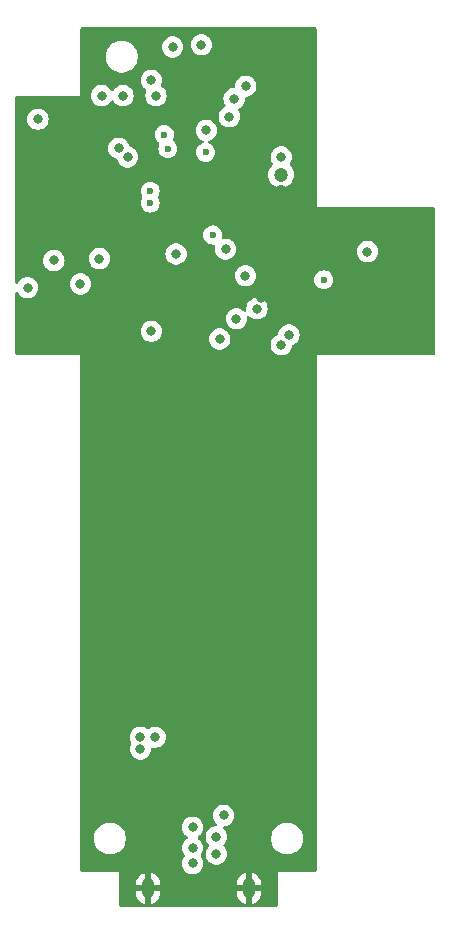
<source format=gbr>
%TF.GenerationSoftware,KiCad,Pcbnew,8.0.7*%
%TF.CreationDate,2024-12-24T11:10:27-06:00*%
%TF.ProjectId,room_environment_monitor,726f6f6d-5f65-46e7-9669-726f6e6d656e,rev?*%
%TF.SameCoordinates,Original*%
%TF.FileFunction,Copper,L2,Inr*%
%TF.FilePolarity,Positive*%
%FSLAX46Y46*%
G04 Gerber Fmt 4.6, Leading zero omitted, Abs format (unit mm)*
G04 Created by KiCad (PCBNEW 8.0.7) date 2024-12-24 11:10:27*
%MOMM*%
%LPD*%
G01*
G04 APERTURE LIST*
%TA.AperFunction,ComponentPad*%
%ADD10O,1.066800X1.701800*%
%TD*%
%TA.AperFunction,ViaPad*%
%ADD11C,0.800000*%
%TD*%
%TA.AperFunction,ViaPad*%
%ADD12C,1.200000*%
%TD*%
%TA.AperFunction,ViaPad*%
%ADD13C,0.600000*%
%TD*%
G04 APERTURE END LIST*
D10*
%TO.N,GND*%
%TO.C,P1*%
X14269999Y-1400003D03*
X5730001Y-1400003D03*
%TD*%
D11*
%TO.N,EN*%
X1600000Y51900000D03*
%TO.N,GND*%
X3575000Y7125000D03*
X-4500000Y45700000D03*
X-2575000Y45750000D03*
X7600000Y45600000D03*
D12*
X17000000Y57500000D03*
D11*
X9325000Y9875000D03*
X10575000Y8375000D03*
X6400000Y69900000D03*
X-2000000Y56500000D03*
X6000000Y3750000D03*
X13200000Y44600000D03*
X4500000Y63500000D03*
X7600000Y55700000D03*
X-2000000Y58500000D03*
X6000000Y2000000D03*
X15300000Y48600000D03*
X9550001Y49443800D03*
D12*
X20700000Y46200000D03*
D11*
X2000000Y56500000D03*
X9200000Y42200000D03*
X14250000Y3750000D03*
X5985081Y47695381D03*
X-2000000Y54700000D03*
X13000000Y3000000D03*
X14700000Y51900000D03*
X9200000Y30400000D03*
X13580000Y7130000D03*
X14250000Y2000000D03*
X7000000Y3000000D03*
X-825000Y45750000D03*
X12100000Y56400000D03*
%TO.N,BOOT*%
X4000000Y60500000D03*
%TO.N,+3V3*%
X11800000Y45100000D03*
X17000000Y44600000D03*
X12600000Y63925000D03*
X6400000Y65700000D03*
X8100000Y52300000D03*
X5075000Y11375000D03*
X13964711Y50443781D03*
X13020000Y65450000D03*
X7815962Y69826194D03*
X-4462299Y49437701D03*
X13200000Y46800000D03*
X5075000Y10375000D03*
X6325000Y11375000D03*
D13*
X10600000Y60900000D03*
D11*
X-2250000Y51750000D03*
X3600000Y65700000D03*
X17650000Y45437500D03*
X6000000Y45750000D03*
%TO.N,+5V*%
X10250000Y70000000D03*
D12*
X17000000Y59000000D03*
D11*
X9500000Y2000000D03*
X11500000Y2950000D03*
X9500000Y3750000D03*
X24300000Y52500000D03*
X11500000Y1500000D03*
%TO.N,NEOPIXEL*%
X10657911Y62763492D03*
X3250000Y61250000D03*
D13*
%TO.N,UART1_RX*%
X7400000Y61200000D03*
X5900000Y56600000D03*
%TO.N,FAN*%
X11200000Y53900000D03*
X20600000Y50100000D03*
%TO.N,UART1_TX_LVL*%
X7100000Y62400000D03*
X5900000Y57600000D03*
D11*
%TO.N,I2C_SDA*%
X12300000Y52700000D03*
X14949051Y47664137D03*
%TO.N,Net-(P1-VCONN)*%
X12120000Y4750000D03*
X9500000Y700000D03*
%TO.N,Net-(J3-Pin_5)*%
X1800000Y65700000D03*
%TO.N,Net-(J3-Pin_6)*%
X-3600000Y63700000D03*
%TO.N,Net-(J2-Pin_2)*%
X17000000Y60500000D03*
X14000000Y66500000D03*
%TO.N,PD*%
X6000000Y67000000D03*
X0Y49750000D03*
%TD*%
%TA.AperFunction,Conductor*%
%TO.N,GND*%
G36*
X19943039Y71480315D02*
G01*
X19988794Y71427511D01*
X20000000Y71376000D01*
X20000000Y56250000D01*
X29876000Y56250000D01*
X29943039Y56230315D01*
X29988794Y56177511D01*
X30000000Y56126000D01*
X30000000Y43874000D01*
X29980315Y43806961D01*
X29927511Y43761206D01*
X29876000Y43750000D01*
X20000000Y43750000D01*
X20000000Y124000D01*
X19980315Y56961D01*
X19927511Y11206D01*
X19876000Y0D01*
X16700000Y0D01*
X16700000Y-2876000D01*
X16680315Y-2943039D01*
X16627511Y-2988794D01*
X16576000Y-3000000D01*
X3424000Y-3000000D01*
X3356961Y-2980315D01*
X3311206Y-2927511D01*
X3300000Y-2876000D01*
X3300000Y-980718D01*
X4696601Y-980718D01*
X4696601Y-1150003D01*
X5455001Y-1150003D01*
X5455001Y-1650003D01*
X4696601Y-1650003D01*
X4696601Y-1819287D01*
X4736312Y-2018927D01*
X4736314Y-2018935D01*
X4814212Y-2206997D01*
X4814217Y-2207007D01*
X4927306Y-2376256D01*
X4927309Y-2376260D01*
X5071243Y-2520194D01*
X5071247Y-2520197D01*
X5240496Y-2633286D01*
X5240506Y-2633291D01*
X5428566Y-2711188D01*
X5428576Y-2711191D01*
X5480000Y-2721420D01*
X5480001Y-2721420D01*
X5480001Y-1765059D01*
X5496867Y-1805778D01*
X5574226Y-1883137D01*
X5675300Y-1925003D01*
X5784702Y-1925003D01*
X5885776Y-1883137D01*
X5963135Y-1805778D01*
X5980001Y-1765059D01*
X5980001Y-2721420D01*
X6031425Y-2711191D01*
X6031435Y-2711188D01*
X6219495Y-2633291D01*
X6219505Y-2633286D01*
X6388754Y-2520197D01*
X6388758Y-2520194D01*
X6532692Y-2376260D01*
X6532695Y-2376256D01*
X6645784Y-2207007D01*
X6645789Y-2206997D01*
X6723687Y-2018935D01*
X6723689Y-2018927D01*
X6763400Y-1819287D01*
X6763401Y-1819285D01*
X6763401Y-1650003D01*
X6005001Y-1650003D01*
X6005001Y-1150003D01*
X6763401Y-1150003D01*
X6763401Y-980721D01*
X6763400Y-980718D01*
X13236599Y-980718D01*
X13236599Y-1150003D01*
X14019999Y-1150003D01*
X14019999Y-1650003D01*
X13236599Y-1650003D01*
X13236599Y-1819287D01*
X13276310Y-2018927D01*
X13276312Y-2018935D01*
X13354210Y-2206997D01*
X13354215Y-2207007D01*
X13467304Y-2376256D01*
X13467307Y-2376260D01*
X13611241Y-2520194D01*
X13611245Y-2520197D01*
X13780494Y-2633286D01*
X13780504Y-2633291D01*
X13968564Y-2711188D01*
X13968574Y-2711191D01*
X14019998Y-2721420D01*
X14019999Y-2721420D01*
X14019999Y-1799731D01*
X14058059Y-1891617D01*
X14128385Y-1961943D01*
X14220271Y-2000003D01*
X14319727Y-2000003D01*
X14411613Y-1961943D01*
X14481939Y-1891617D01*
X14519999Y-1799731D01*
X14519999Y-2721420D01*
X14571423Y-2711191D01*
X14571433Y-2711188D01*
X14759493Y-2633291D01*
X14759503Y-2633286D01*
X14928752Y-2520197D01*
X14928756Y-2520194D01*
X15072690Y-2376260D01*
X15072693Y-2376256D01*
X15185782Y-2207007D01*
X15185787Y-2206997D01*
X15263685Y-2018935D01*
X15263687Y-2018927D01*
X15303398Y-1819287D01*
X15303399Y-1819285D01*
X15303399Y-1650003D01*
X14519999Y-1650003D01*
X14519999Y-1150003D01*
X15303399Y-1150003D01*
X15303399Y-980721D01*
X15303398Y-980718D01*
X15263687Y-781078D01*
X15263685Y-781070D01*
X15185787Y-593008D01*
X15185782Y-592998D01*
X15072693Y-423749D01*
X15072690Y-423745D01*
X14928756Y-279811D01*
X14928752Y-279808D01*
X14759503Y-166719D01*
X14759493Y-166714D01*
X14571429Y-88815D01*
X14571425Y-88814D01*
X14519999Y-78584D01*
X14519999Y-1000275D01*
X14481939Y-908389D01*
X14411613Y-838063D01*
X14319727Y-800003D01*
X14220271Y-800003D01*
X14128385Y-838063D01*
X14058059Y-908389D01*
X14019999Y-1000275D01*
X14019999Y-78585D01*
X14019998Y-78584D01*
X13968572Y-88814D01*
X13968568Y-88815D01*
X13780504Y-166714D01*
X13780494Y-166719D01*
X13611245Y-279808D01*
X13611241Y-279811D01*
X13467307Y-423745D01*
X13467304Y-423749D01*
X13354215Y-592998D01*
X13354210Y-593008D01*
X13276312Y-781070D01*
X13276310Y-781078D01*
X13236599Y-980718D01*
X6763400Y-980718D01*
X6723689Y-781078D01*
X6723687Y-781070D01*
X6645789Y-593008D01*
X6645784Y-592998D01*
X6532695Y-423749D01*
X6532692Y-423745D01*
X6388758Y-279811D01*
X6388754Y-279808D01*
X6219505Y-166719D01*
X6219495Y-166714D01*
X6031431Y-88815D01*
X6031427Y-88814D01*
X5980001Y-78584D01*
X5980001Y-1034946D01*
X5963135Y-994228D01*
X5885776Y-916869D01*
X5784702Y-875003D01*
X5675300Y-875003D01*
X5574226Y-916869D01*
X5496867Y-994228D01*
X5480001Y-1034946D01*
X5480001Y-78585D01*
X5480000Y-78584D01*
X5428574Y-88814D01*
X5428570Y-88815D01*
X5240506Y-166714D01*
X5240496Y-166719D01*
X5071247Y-279808D01*
X5071243Y-279811D01*
X4927309Y-423745D01*
X4927306Y-423749D01*
X4814217Y-592998D01*
X4814212Y-593008D01*
X4736314Y-781070D01*
X4736312Y-781078D01*
X4696601Y-980718D01*
X3300000Y-980718D01*
X3300000Y0D01*
X124000Y0D01*
X56961Y19685D01*
X11206Y72489D01*
X0Y124000D01*
X0Y2906287D01*
X1149500Y2906287D01*
X1149500Y2693714D01*
X1167237Y2581723D01*
X1182754Y2483757D01*
X1239870Y2307972D01*
X1248444Y2281586D01*
X1344951Y2092180D01*
X1469890Y1920214D01*
X1620213Y1769891D01*
X1792179Y1644952D01*
X1792181Y1644951D01*
X1792184Y1644949D01*
X1981588Y1548443D01*
X2183757Y1482754D01*
X2393713Y1449500D01*
X2393714Y1449500D01*
X2606286Y1449500D01*
X2606287Y1449500D01*
X2816243Y1482754D01*
X3018412Y1548443D01*
X3207816Y1644949D01*
X3229789Y1660914D01*
X3379786Y1769891D01*
X3379788Y1769894D01*
X3379792Y1769896D01*
X3530104Y1920208D01*
X3530106Y1920212D01*
X3530109Y1920214D01*
X3655048Y2092180D01*
X3655047Y2092180D01*
X3655051Y2092184D01*
X3751557Y2281588D01*
X3817246Y2483757D01*
X3850500Y2693713D01*
X3850500Y2906287D01*
X3817246Y3116243D01*
X3751557Y3318412D01*
X3655051Y3507816D01*
X3655049Y3507819D01*
X3655048Y3507821D01*
X3530109Y3679787D01*
X3459896Y3750000D01*
X8594540Y3750000D01*
X8614326Y3561744D01*
X8614327Y3561741D01*
X8672818Y3381723D01*
X8672821Y3381716D01*
X8767467Y3217784D01*
X8839071Y3138260D01*
X8894129Y3077112D01*
X9034236Y2975318D01*
X9076902Y2919988D01*
X9082881Y2850375D01*
X9050275Y2788580D01*
X9034236Y2774682D01*
X8894129Y2672889D01*
X8767466Y2532215D01*
X8672821Y2368285D01*
X8672818Y2368278D01*
X8614327Y2188260D01*
X8614326Y2188256D01*
X8594540Y2000000D01*
X8614326Y1811744D01*
X8614327Y1811741D01*
X8672818Y1631723D01*
X8672821Y1631716D01*
X8767467Y1467784D01*
X8783930Y1449500D01*
X8798812Y1432971D01*
X8829041Y1369979D01*
X8820415Y1300644D01*
X8798812Y1267029D01*
X8767466Y1232215D01*
X8672821Y1068285D01*
X8672818Y1068278D01*
X8640166Y967784D01*
X8614326Y888256D01*
X8594540Y700000D01*
X8614326Y511744D01*
X8614327Y511741D01*
X8672818Y331723D01*
X8672821Y331716D01*
X8767467Y167784D01*
X8867253Y56961D01*
X8894129Y27112D01*
X9047265Y-84148D01*
X9047270Y-84151D01*
X9220192Y-161142D01*
X9220197Y-161144D01*
X9405354Y-200500D01*
X9405355Y-200500D01*
X9594644Y-200500D01*
X9594646Y-200500D01*
X9779803Y-161144D01*
X9952730Y-84151D01*
X10105871Y27112D01*
X10232533Y167784D01*
X10327179Y331716D01*
X10385674Y511744D01*
X10405460Y700000D01*
X10385674Y888256D01*
X10327179Y1068284D01*
X10232533Y1232216D01*
X10201188Y1267028D01*
X10170958Y1330019D01*
X10179583Y1399355D01*
X10201188Y1432972D01*
X10202915Y1434891D01*
X10232533Y1467784D01*
X10327179Y1631716D01*
X10385674Y1811744D01*
X10405460Y2000000D01*
X10385674Y2188256D01*
X10327179Y2368284D01*
X10232533Y2532216D01*
X10105871Y2672888D01*
X10077206Y2693714D01*
X9965763Y2774682D01*
X9923097Y2830012D01*
X9917118Y2899625D01*
X9943697Y2950000D01*
X10594540Y2950000D01*
X10614326Y2761744D01*
X10614327Y2761741D01*
X10672818Y2581723D01*
X10672821Y2581716D01*
X10767467Y2417784D01*
X10812036Y2368285D01*
X10866342Y2307972D01*
X10896572Y2244980D01*
X10887947Y2175645D01*
X10866342Y2142028D01*
X10767466Y2032215D01*
X10672821Y1868285D01*
X10672818Y1868278D01*
X10614327Y1688260D01*
X10614326Y1688256D01*
X10594540Y1500000D01*
X10614326Y1311744D01*
X10614327Y1311741D01*
X10672818Y1131723D01*
X10672821Y1131716D01*
X10767467Y967784D01*
X10839071Y888260D01*
X10894129Y827112D01*
X11047265Y715852D01*
X11047270Y715849D01*
X11220192Y638858D01*
X11220197Y638856D01*
X11405354Y599500D01*
X11405355Y599500D01*
X11594644Y599500D01*
X11594646Y599500D01*
X11779803Y638856D01*
X11952730Y715849D01*
X12105871Y827112D01*
X12232533Y967784D01*
X12327179Y1131716D01*
X12385674Y1311744D01*
X12405460Y1500000D01*
X12385674Y1688256D01*
X12327179Y1868284D01*
X12232533Y2032216D01*
X12133655Y2142031D01*
X12103427Y2205019D01*
X12112052Y2274354D01*
X12133653Y2307968D01*
X12232533Y2417784D01*
X12327179Y2581716D01*
X12385674Y2761744D01*
X12400866Y2906287D01*
X16149500Y2906287D01*
X16149500Y2693714D01*
X16167237Y2581723D01*
X16182754Y2483757D01*
X16239870Y2307972D01*
X16248444Y2281586D01*
X16344951Y2092180D01*
X16469890Y1920214D01*
X16620213Y1769891D01*
X16792179Y1644952D01*
X16792181Y1644951D01*
X16792184Y1644949D01*
X16981588Y1548443D01*
X17183757Y1482754D01*
X17393713Y1449500D01*
X17393714Y1449500D01*
X17606286Y1449500D01*
X17606287Y1449500D01*
X17816243Y1482754D01*
X18018412Y1548443D01*
X18207816Y1644949D01*
X18229789Y1660914D01*
X18379786Y1769891D01*
X18379788Y1769894D01*
X18379792Y1769896D01*
X18530104Y1920208D01*
X18530106Y1920212D01*
X18530109Y1920214D01*
X18655048Y2092180D01*
X18655047Y2092180D01*
X18655051Y2092184D01*
X18751557Y2281588D01*
X18817246Y2483757D01*
X18850500Y2693713D01*
X18850500Y2906287D01*
X18817246Y3116243D01*
X18751557Y3318412D01*
X18655051Y3507816D01*
X18655049Y3507819D01*
X18655048Y3507821D01*
X18530109Y3679787D01*
X18379786Y3830110D01*
X18207820Y3955049D01*
X18018414Y4051556D01*
X18018413Y4051557D01*
X18018412Y4051557D01*
X17816243Y4117246D01*
X17816241Y4117247D01*
X17816240Y4117247D01*
X17654957Y4142792D01*
X17606287Y4150500D01*
X17393713Y4150500D01*
X17345042Y4142792D01*
X17183760Y4117247D01*
X16981585Y4051556D01*
X16792179Y3955049D01*
X16620213Y3830110D01*
X16469890Y3679787D01*
X16344951Y3507821D01*
X16248444Y3318415D01*
X16182753Y3116240D01*
X16149500Y2906287D01*
X12400866Y2906287D01*
X12405460Y2950000D01*
X12385674Y3138256D01*
X12327179Y3318284D01*
X12232533Y3482216D01*
X12105871Y3622888D01*
X12105867Y3622891D01*
X12102713Y3625183D01*
X12101329Y3626978D01*
X12101042Y3627236D01*
X12101089Y3627289D01*
X12060047Y3680513D01*
X12054069Y3750127D01*
X12086676Y3811921D01*
X12147515Y3846278D01*
X12175599Y3849500D01*
X12214644Y3849500D01*
X12214646Y3849500D01*
X12399803Y3888856D01*
X12572730Y3965849D01*
X12725871Y4077112D01*
X12852533Y4217784D01*
X12947179Y4381716D01*
X13005674Y4561744D01*
X13025460Y4750000D01*
X13005674Y4938256D01*
X12947179Y5118284D01*
X12852533Y5282216D01*
X12725871Y5422888D01*
X12725870Y5422889D01*
X12572734Y5534149D01*
X12572729Y5534152D01*
X12399807Y5611143D01*
X12399802Y5611145D01*
X12254001Y5642135D01*
X12214646Y5650500D01*
X12025354Y5650500D01*
X11992897Y5643602D01*
X11840197Y5611145D01*
X11840192Y5611143D01*
X11667270Y5534152D01*
X11667265Y5534149D01*
X11514129Y5422889D01*
X11387466Y5282215D01*
X11292821Y5118285D01*
X11292818Y5118278D01*
X11234327Y4938260D01*
X11234326Y4938256D01*
X11214540Y4750000D01*
X11234326Y4561744D01*
X11234327Y4561741D01*
X11292818Y4381723D01*
X11292821Y4381716D01*
X11387467Y4217784D01*
X11477063Y4118278D01*
X11514129Y4077112D01*
X11514132Y4077110D01*
X11517287Y4074817D01*
X11518670Y4073023D01*
X11518958Y4072764D01*
X11518910Y4072712D01*
X11559953Y4019487D01*
X11565931Y3949873D01*
X11533324Y3888079D01*
X11472485Y3853722D01*
X11444401Y3850500D01*
X11405354Y3850500D01*
X11385491Y3846278D01*
X11220197Y3811145D01*
X11220192Y3811143D01*
X11047270Y3734152D01*
X11047265Y3734149D01*
X10894129Y3622889D01*
X10767466Y3482215D01*
X10672821Y3318285D01*
X10672818Y3318278D01*
X10640166Y3217784D01*
X10614326Y3138256D01*
X10594540Y2950000D01*
X9943697Y2950000D01*
X9949723Y2961420D01*
X9965763Y2975318D01*
X10105871Y3077112D01*
X10232533Y3217784D01*
X10327179Y3381716D01*
X10385674Y3561744D01*
X10405460Y3750000D01*
X10385674Y3938256D01*
X10327179Y4118284D01*
X10232533Y4282216D01*
X10105871Y4422888D01*
X10105870Y4422889D01*
X9952734Y4534149D01*
X9952729Y4534152D01*
X9779807Y4611143D01*
X9779802Y4611145D01*
X9634001Y4642135D01*
X9594646Y4650500D01*
X9405354Y4650500D01*
X9372897Y4643602D01*
X9220197Y4611145D01*
X9220192Y4611143D01*
X9047270Y4534152D01*
X9047265Y4534149D01*
X8894129Y4422889D01*
X8767466Y4282215D01*
X8672821Y4118285D01*
X8672818Y4118278D01*
X8614327Y3938260D01*
X8614326Y3938256D01*
X8594540Y3750000D01*
X3459896Y3750000D01*
X3379786Y3830110D01*
X3207820Y3955049D01*
X3018414Y4051556D01*
X3018413Y4051557D01*
X3018412Y4051557D01*
X2816243Y4117246D01*
X2816241Y4117247D01*
X2816240Y4117247D01*
X2654957Y4142792D01*
X2606287Y4150500D01*
X2393713Y4150500D01*
X2345042Y4142792D01*
X2183760Y4117247D01*
X1981585Y4051556D01*
X1792179Y3955049D01*
X1620213Y3830110D01*
X1469890Y3679787D01*
X1344951Y3507821D01*
X1248444Y3318415D01*
X1182753Y3116240D01*
X1149500Y2906287D01*
X0Y2906287D01*
X0Y11375000D01*
X4169540Y11375000D01*
X4189326Y11186744D01*
X4189327Y11186741D01*
X4247818Y11006723D01*
X4247820Y11006719D01*
X4247821Y11006716D01*
X4288072Y10936999D01*
X4304543Y10869099D01*
X4288072Y10813001D01*
X4247820Y10743282D01*
X4247818Y10743278D01*
X4189327Y10563260D01*
X4189326Y10563256D01*
X4169540Y10375000D01*
X4189326Y10186744D01*
X4189327Y10186741D01*
X4247818Y10006723D01*
X4247821Y10006716D01*
X4342467Y9842784D01*
X4469129Y9702112D01*
X4622265Y9590852D01*
X4622270Y9590849D01*
X4795192Y9513858D01*
X4795197Y9513856D01*
X4980354Y9474500D01*
X4980355Y9474500D01*
X5169644Y9474500D01*
X5169646Y9474500D01*
X5354803Y9513856D01*
X5527730Y9590849D01*
X5680871Y9702112D01*
X5807533Y9842784D01*
X5902179Y10006716D01*
X5960674Y10186744D01*
X5980460Y10375000D01*
X5980459Y10375002D01*
X5981139Y10381463D01*
X5982466Y10381324D01*
X6000145Y10441529D01*
X6052949Y10487284D01*
X6122107Y10497228D01*
X6130226Y10495783D01*
X6230354Y10474500D01*
X6230355Y10474500D01*
X6419644Y10474500D01*
X6419646Y10474500D01*
X6604803Y10513856D01*
X6777730Y10590849D01*
X6930871Y10702112D01*
X7057533Y10842784D01*
X7152179Y11006716D01*
X7210674Y11186744D01*
X7230460Y11375000D01*
X7210674Y11563256D01*
X7152179Y11743284D01*
X7057533Y11907216D01*
X6930871Y12047888D01*
X6930870Y12047889D01*
X6777734Y12159149D01*
X6777729Y12159152D01*
X6604807Y12236143D01*
X6604802Y12236145D01*
X6459001Y12267135D01*
X6419646Y12275500D01*
X6230354Y12275500D01*
X6197897Y12268602D01*
X6045197Y12236145D01*
X6045192Y12236143D01*
X5872271Y12159152D01*
X5772885Y12086944D01*
X5707078Y12063465D01*
X5639025Y12079291D01*
X5627115Y12086944D01*
X5603966Y12103763D01*
X5527730Y12159151D01*
X5527728Y12159152D01*
X5527729Y12159152D01*
X5354807Y12236143D01*
X5354802Y12236145D01*
X5209001Y12267135D01*
X5169646Y12275500D01*
X4980354Y12275500D01*
X4947897Y12268602D01*
X4795197Y12236145D01*
X4795192Y12236143D01*
X4622270Y12159152D01*
X4622265Y12159149D01*
X4469129Y12047889D01*
X4342466Y11907215D01*
X4247821Y11743285D01*
X4247818Y11743278D01*
X4189327Y11563260D01*
X4189326Y11563256D01*
X4169540Y11375000D01*
X0Y11375000D01*
X0Y43750000D01*
X-5376000Y43750000D01*
X-5443039Y43769685D01*
X-5488794Y43822489D01*
X-5500000Y43874000D01*
X-5500000Y45750000D01*
X5094540Y45750000D01*
X5114326Y45561744D01*
X5114327Y45561741D01*
X5172818Y45381723D01*
X5172821Y45381716D01*
X5267467Y45217784D01*
X5394129Y45077112D01*
X5547265Y44965852D01*
X5547270Y44965849D01*
X5720192Y44888858D01*
X5720197Y44888856D01*
X5905354Y44849500D01*
X5905355Y44849500D01*
X6094644Y44849500D01*
X6094646Y44849500D01*
X6279803Y44888856D01*
X6452730Y44965849D01*
X6605871Y45077112D01*
X6626480Y45100000D01*
X10894540Y45100000D01*
X10914326Y44911744D01*
X10914327Y44911741D01*
X10972818Y44731723D01*
X10972821Y44731716D01*
X11067467Y44567784D01*
X11135141Y44492625D01*
X11194129Y44427112D01*
X11347265Y44315852D01*
X11347270Y44315849D01*
X11520192Y44238858D01*
X11520197Y44238856D01*
X11705354Y44199500D01*
X11705355Y44199500D01*
X11894644Y44199500D01*
X11894646Y44199500D01*
X12079803Y44238856D01*
X12252730Y44315849D01*
X12405871Y44427112D01*
X12532533Y44567784D01*
X12551133Y44600000D01*
X16094540Y44600000D01*
X16114326Y44411744D01*
X16114327Y44411741D01*
X16172818Y44231723D01*
X16172821Y44231716D01*
X16267467Y44067784D01*
X16394129Y43927112D01*
X16547265Y43815852D01*
X16547270Y43815849D01*
X16720192Y43738858D01*
X16720197Y43738856D01*
X16905354Y43699500D01*
X16905355Y43699500D01*
X17094644Y43699500D01*
X17094646Y43699500D01*
X17279803Y43738856D01*
X17452730Y43815849D01*
X17605871Y43927112D01*
X17732533Y44067784D01*
X17827179Y44231716D01*
X17885674Y44411744D01*
X17894174Y44492626D01*
X17920757Y44557240D01*
X17967057Y44592944D01*
X18102730Y44653349D01*
X18255871Y44764612D01*
X18382533Y44905284D01*
X18477179Y45069216D01*
X18535674Y45249244D01*
X18555460Y45437500D01*
X18535674Y45625756D01*
X18477179Y45805784D01*
X18382533Y45969716D01*
X18255871Y46110388D01*
X18255870Y46110389D01*
X18102734Y46221649D01*
X18102729Y46221652D01*
X17929807Y46298643D01*
X17929802Y46298645D01*
X17784001Y46329635D01*
X17744646Y46338000D01*
X17555354Y46338000D01*
X17522897Y46331102D01*
X17370197Y46298645D01*
X17370192Y46298643D01*
X17197270Y46221652D01*
X17197265Y46221649D01*
X17044129Y46110389D01*
X16917466Y45969715D01*
X16822821Y45805785D01*
X16822818Y45805778D01*
X16766425Y45632217D01*
X16764326Y45625756D01*
X16757598Y45561744D01*
X16755825Y45544873D01*
X16729240Y45480259D01*
X16682941Y45444557D01*
X16547267Y45384150D01*
X16547265Y45384149D01*
X16394129Y45272889D01*
X16267466Y45132215D01*
X16172821Y44968285D01*
X16172818Y44968278D01*
X16114327Y44788260D01*
X16114326Y44788256D01*
X16094540Y44600000D01*
X12551133Y44600000D01*
X12627179Y44731716D01*
X12685674Y44911744D01*
X12705460Y45100000D01*
X12685674Y45288256D01*
X12627179Y45468284D01*
X12532533Y45632216D01*
X12405871Y45772888D01*
X12360602Y45805778D01*
X12252734Y45884149D01*
X12252729Y45884152D01*
X12079807Y45961143D01*
X12079802Y45961145D01*
X11934001Y45992135D01*
X11894646Y46000500D01*
X11705354Y46000500D01*
X11672897Y45993602D01*
X11520197Y45961145D01*
X11520192Y45961143D01*
X11347270Y45884152D01*
X11347265Y45884149D01*
X11194129Y45772889D01*
X11067468Y45632217D01*
X11067466Y45632216D01*
X10972821Y45468285D01*
X10972818Y45468278D01*
X10914327Y45288260D01*
X10914326Y45288256D01*
X10894540Y45100000D01*
X6626480Y45100000D01*
X6732533Y45217784D01*
X6827179Y45381716D01*
X6885674Y45561744D01*
X6905460Y45750000D01*
X6885674Y45938256D01*
X6827179Y46118284D01*
X6732533Y46282216D01*
X6605871Y46422888D01*
X6605870Y46422889D01*
X6452734Y46534149D01*
X6452729Y46534152D01*
X6279807Y46611143D01*
X6279802Y46611145D01*
X6134001Y46642135D01*
X6094646Y46650500D01*
X5905354Y46650500D01*
X5872897Y46643602D01*
X5720197Y46611145D01*
X5720192Y46611143D01*
X5547270Y46534152D01*
X5547265Y46534149D01*
X5394129Y46422889D01*
X5267466Y46282215D01*
X5172821Y46118285D01*
X5172818Y46118278D01*
X5114521Y45938856D01*
X5114326Y45938256D01*
X5094540Y45750000D01*
X-5500000Y45750000D01*
X-5500000Y46800000D01*
X12294540Y46800000D01*
X12314326Y46611744D01*
X12314327Y46611741D01*
X12372818Y46431723D01*
X12372821Y46431716D01*
X12467467Y46267784D01*
X12594129Y46127112D01*
X12747265Y46015852D01*
X12747270Y46015849D01*
X12920192Y45938858D01*
X12920197Y45938856D01*
X13105354Y45899500D01*
X13105355Y45899500D01*
X13294644Y45899500D01*
X13294646Y45899500D01*
X13479803Y45938856D01*
X13652730Y46015849D01*
X13805871Y46127112D01*
X13932533Y46267784D01*
X14027179Y46431716D01*
X14085674Y46611744D01*
X14105460Y46800000D01*
X14091177Y46935892D01*
X14103746Y47004618D01*
X14151478Y47055642D01*
X14219219Y47072760D01*
X14285460Y47050538D01*
X14306647Y47031823D01*
X14343180Y46991249D01*
X14496316Y46879989D01*
X14496321Y46879986D01*
X14669243Y46802995D01*
X14669248Y46802993D01*
X14854405Y46763637D01*
X14854406Y46763637D01*
X15043695Y46763637D01*
X15043697Y46763637D01*
X15228854Y46802993D01*
X15401781Y46879986D01*
X15554922Y46991249D01*
X15681584Y47131921D01*
X15776230Y47295853D01*
X15834725Y47475881D01*
X15854511Y47664137D01*
X15834725Y47852393D01*
X15776230Y48032421D01*
X15681584Y48196353D01*
X15554922Y48337025D01*
X15554921Y48337026D01*
X15401785Y48448286D01*
X15401780Y48448289D01*
X15228858Y48525280D01*
X15228853Y48525282D01*
X15083052Y48556272D01*
X15043697Y48564637D01*
X14854405Y48564637D01*
X14821948Y48557739D01*
X14669248Y48525282D01*
X14669243Y48525280D01*
X14496321Y48448289D01*
X14496316Y48448286D01*
X14343180Y48337026D01*
X14216517Y48196352D01*
X14121872Y48032422D01*
X14121869Y48032415D01*
X14063378Y47852397D01*
X14063377Y47852393D01*
X14047413Y47700500D01*
X14043591Y47664137D01*
X14057873Y47528249D01*
X14045303Y47459519D01*
X13997571Y47408496D01*
X13929831Y47391378D01*
X13863589Y47413601D01*
X13842402Y47432316D01*
X13817908Y47459519D01*
X13805871Y47472888D01*
X13801756Y47475878D01*
X13652734Y47584149D01*
X13652729Y47584152D01*
X13479807Y47661143D01*
X13479802Y47661145D01*
X13334001Y47692135D01*
X13294646Y47700500D01*
X13105354Y47700500D01*
X13072897Y47693602D01*
X12920197Y47661145D01*
X12920192Y47661143D01*
X12747270Y47584152D01*
X12747265Y47584149D01*
X12594129Y47472889D01*
X12467466Y47332215D01*
X12372821Y47168285D01*
X12372818Y47168278D01*
X12319642Y47004618D01*
X12314326Y46988256D01*
X12294540Y46800000D01*
X-5500000Y46800000D01*
X-5500000Y48971278D01*
X-5480315Y49038317D01*
X-5427511Y49084072D01*
X-5358353Y49094016D01*
X-5294797Y49064991D01*
X-5268614Y49033279D01*
X-5194832Y48905485D01*
X-5068170Y48764813D01*
X-4915034Y48653553D01*
X-4915029Y48653550D01*
X-4742107Y48576559D01*
X-4742102Y48576557D01*
X-4556945Y48537201D01*
X-4556944Y48537201D01*
X-4367655Y48537201D01*
X-4367653Y48537201D01*
X-4182496Y48576557D01*
X-4009569Y48653550D01*
X-3856428Y48764813D01*
X-3729766Y48905485D01*
X-3635120Y49069417D01*
X-3576625Y49249445D01*
X-3556839Y49437701D01*
X-3576625Y49625957D01*
X-3616929Y49750000D01*
X-905460Y49750000D01*
X-885674Y49561744D01*
X-885673Y49561741D01*
X-827182Y49381723D01*
X-827179Y49381716D01*
X-732533Y49217784D01*
X-621091Y49094016D01*
X-605871Y49077112D01*
X-452735Y48965852D01*
X-452730Y48965849D01*
X-279808Y48888858D01*
X-279803Y48888856D01*
X-94646Y48849500D01*
X-94645Y48849500D01*
X94644Y48849500D01*
X94646Y48849500D01*
X279803Y48888856D01*
X452730Y48965849D01*
X605871Y49077112D01*
X732533Y49217784D01*
X827179Y49381716D01*
X885674Y49561744D01*
X905460Y49750000D01*
X885674Y49938256D01*
X827179Y50118284D01*
X732533Y50282216D01*
X605871Y50422888D01*
X605870Y50422889D01*
X577115Y50443781D01*
X13059251Y50443781D01*
X13079037Y50255525D01*
X13079038Y50255522D01*
X13137529Y50075504D01*
X13137532Y50075497D01*
X13232178Y49911565D01*
X13338116Y49793909D01*
X13358840Y49770893D01*
X13511976Y49659633D01*
X13511981Y49659630D01*
X13684903Y49582639D01*
X13684908Y49582637D01*
X13870065Y49543281D01*
X13870066Y49543281D01*
X14059355Y49543281D01*
X14059357Y49543281D01*
X14244514Y49582637D01*
X14417441Y49659630D01*
X14570582Y49770893D01*
X14697244Y49911565D01*
X14791890Y50075497D01*
X14799853Y50100004D01*
X19794435Y50100004D01*
X19794435Y50099997D01*
X19814630Y49920751D01*
X19814631Y49920746D01*
X19874211Y49750477D01*
X19952450Y49625961D01*
X19970184Y49597738D01*
X20097738Y49470184D01*
X20188080Y49413418D01*
X20238522Y49381723D01*
X20250478Y49374211D01*
X20420745Y49314632D01*
X20420750Y49314631D01*
X20599996Y49294435D01*
X20600000Y49294435D01*
X20600004Y49294435D01*
X20779249Y49314631D01*
X20779252Y49314632D01*
X20779255Y49314632D01*
X20949522Y49374211D01*
X21102262Y49470184D01*
X21229816Y49597738D01*
X21325789Y49750478D01*
X21385368Y49920745D01*
X21387341Y49938256D01*
X21405565Y50099997D01*
X21405565Y50100004D01*
X21385369Y50279250D01*
X21385368Y50279255D01*
X21384332Y50282216D01*
X21325789Y50449522D01*
X21229816Y50602262D01*
X21102262Y50729816D01*
X20949523Y50825789D01*
X20779254Y50885369D01*
X20779249Y50885370D01*
X20600004Y50905565D01*
X20599996Y50905565D01*
X20420750Y50885370D01*
X20420745Y50885369D01*
X20250476Y50825789D01*
X20097737Y50729816D01*
X19970184Y50602263D01*
X19874211Y50449524D01*
X19814631Y50279255D01*
X19814630Y50279250D01*
X19794435Y50100004D01*
X14799853Y50100004D01*
X14850385Y50255525D01*
X14870171Y50443781D01*
X14850385Y50632037D01*
X14791890Y50812065D01*
X14697244Y50975997D01*
X14570582Y51116669D01*
X14570581Y51116670D01*
X14417445Y51227930D01*
X14417440Y51227933D01*
X14244518Y51304924D01*
X14244513Y51304926D01*
X14098712Y51335916D01*
X14059357Y51344281D01*
X13870065Y51344281D01*
X13837608Y51337383D01*
X13684908Y51304926D01*
X13684903Y51304924D01*
X13511981Y51227933D01*
X13511976Y51227930D01*
X13358840Y51116670D01*
X13232177Y50975996D01*
X13137532Y50812066D01*
X13137529Y50812059D01*
X13085036Y50650500D01*
X13079037Y50632037D01*
X13059251Y50443781D01*
X577115Y50443781D01*
X452734Y50534149D01*
X452729Y50534152D01*
X279807Y50611143D01*
X279802Y50611145D01*
X134001Y50642135D01*
X94646Y50650500D01*
X-94646Y50650500D01*
X-127103Y50643602D01*
X-279803Y50611145D01*
X-279808Y50611143D01*
X-452730Y50534152D01*
X-452735Y50534149D01*
X-605871Y50422889D01*
X-732534Y50282215D01*
X-827179Y50118285D01*
X-827182Y50118278D01*
X-875387Y49969917D01*
X-885674Y49938256D01*
X-905460Y49750000D01*
X-3616929Y49750000D01*
X-3635120Y49805985D01*
X-3729766Y49969917D01*
X-3856428Y50110589D01*
X-3867019Y50118284D01*
X-4009565Y50221850D01*
X-4009570Y50221853D01*
X-4182492Y50298844D01*
X-4182497Y50298846D01*
X-4328298Y50329836D01*
X-4367653Y50338201D01*
X-4556945Y50338201D01*
X-4589402Y50331303D01*
X-4742102Y50298846D01*
X-4742107Y50298844D01*
X-4915029Y50221853D01*
X-4915034Y50221850D01*
X-5068170Y50110590D01*
X-5194834Y49969916D01*
X-5268613Y49842125D01*
X-5319180Y49793909D01*
X-5387787Y49780686D01*
X-5452652Y49806654D01*
X-5493180Y49863569D01*
X-5500000Y49904125D01*
X-5500000Y51750000D01*
X-3155460Y51750000D01*
X-3135674Y51561744D01*
X-3135673Y51561741D01*
X-3077182Y51381723D01*
X-3077179Y51381716D01*
X-2982533Y51217784D01*
X-2891489Y51116670D01*
X-2855871Y51077112D01*
X-2702735Y50965852D01*
X-2702730Y50965849D01*
X-2529808Y50888858D01*
X-2529803Y50888856D01*
X-2344646Y50849500D01*
X-2344645Y50849500D01*
X-2155356Y50849500D01*
X-2155354Y50849500D01*
X-1970197Y50888856D01*
X-1797270Y50965849D01*
X-1644129Y51077112D01*
X-1517467Y51217784D01*
X-1422821Y51381716D01*
X-1364326Y51561744D01*
X-1344540Y51750000D01*
X-1360305Y51900000D01*
X694540Y51900000D01*
X714326Y51711744D01*
X714327Y51711741D01*
X772818Y51531723D01*
X772821Y51531716D01*
X867467Y51367784D01*
X924065Y51304926D01*
X994129Y51227112D01*
X1147265Y51115852D01*
X1147270Y51115849D01*
X1320192Y51038858D01*
X1320197Y51038856D01*
X1505354Y50999500D01*
X1505355Y50999500D01*
X1694644Y50999500D01*
X1694646Y50999500D01*
X1879803Y51038856D01*
X2052730Y51115849D01*
X2205871Y51227112D01*
X2332533Y51367784D01*
X2427179Y51531716D01*
X2485674Y51711744D01*
X2505460Y51900000D01*
X2485674Y52088256D01*
X2427179Y52268284D01*
X2408868Y52300000D01*
X7194540Y52300000D01*
X7214326Y52111744D01*
X7214327Y52111741D01*
X7272818Y51931723D01*
X7272821Y51931716D01*
X7367467Y51767784D01*
X7483553Y51638858D01*
X7494129Y51627112D01*
X7647265Y51515852D01*
X7647270Y51515849D01*
X7820192Y51438858D01*
X7820197Y51438856D01*
X8005354Y51399500D01*
X8005355Y51399500D01*
X8194644Y51399500D01*
X8194646Y51399500D01*
X8379803Y51438856D01*
X8552730Y51515849D01*
X8705871Y51627112D01*
X8832533Y51767784D01*
X8927179Y51931716D01*
X8985674Y52111744D01*
X9005460Y52300000D01*
X8985674Y52488256D01*
X8927179Y52668284D01*
X8832533Y52832216D01*
X8705871Y52972888D01*
X8705870Y52972889D01*
X8552734Y53084149D01*
X8552729Y53084152D01*
X8379807Y53161143D01*
X8379802Y53161145D01*
X8234001Y53192135D01*
X8194646Y53200500D01*
X8005354Y53200500D01*
X7972897Y53193602D01*
X7820197Y53161145D01*
X7820192Y53161143D01*
X7647270Y53084152D01*
X7647265Y53084149D01*
X7494129Y52972889D01*
X7367466Y52832215D01*
X7272821Y52668285D01*
X7272818Y52668278D01*
X7218142Y52500000D01*
X7214326Y52488256D01*
X7194540Y52300000D01*
X2408868Y52300000D01*
X2332533Y52432216D01*
X2205871Y52572888D01*
X2205870Y52572889D01*
X2052734Y52684149D01*
X2052729Y52684152D01*
X1879807Y52761143D01*
X1879802Y52761145D01*
X1734001Y52792135D01*
X1694646Y52800500D01*
X1505354Y52800500D01*
X1472897Y52793602D01*
X1320197Y52761145D01*
X1320192Y52761143D01*
X1147270Y52684152D01*
X1147265Y52684149D01*
X994129Y52572889D01*
X867466Y52432215D01*
X772821Y52268285D01*
X772818Y52268278D01*
X714327Y52088260D01*
X714326Y52088256D01*
X694540Y51900000D01*
X-1360305Y51900000D01*
X-1364326Y51938256D01*
X-1422821Y52118284D01*
X-1517467Y52282216D01*
X-1644129Y52422888D01*
X-1644130Y52422889D01*
X-1797266Y52534149D01*
X-1797271Y52534152D01*
X-1970193Y52611143D01*
X-1970198Y52611145D01*
X-2115999Y52642135D01*
X-2155354Y52650500D01*
X-2344646Y52650500D01*
X-2377103Y52643602D01*
X-2529803Y52611145D01*
X-2529808Y52611143D01*
X-2702730Y52534152D01*
X-2702735Y52534149D01*
X-2855871Y52422889D01*
X-2982534Y52282215D01*
X-3077179Y52118285D01*
X-3077182Y52118278D01*
X-3106803Y52027112D01*
X-3135674Y51938256D01*
X-3155460Y51750000D01*
X-5500000Y51750000D01*
X-5500000Y53900004D01*
X10394435Y53900004D01*
X10394435Y53899997D01*
X10414630Y53720751D01*
X10414631Y53720746D01*
X10474211Y53550477D01*
X10515886Y53484152D01*
X10570184Y53397738D01*
X10697738Y53270184D01*
X10850478Y53174211D01*
X11020745Y53114632D01*
X11020750Y53114631D01*
X11199996Y53094435D01*
X11200000Y53094435D01*
X11200004Y53094435D01*
X11300703Y53105781D01*
X11369524Y53093727D01*
X11420904Y53046377D01*
X11438528Y52978767D01*
X11432517Y52944243D01*
X11414326Y52888256D01*
X11394540Y52700000D01*
X11414326Y52511744D01*
X11414327Y52511741D01*
X11472818Y52331723D01*
X11472821Y52331716D01*
X11567467Y52167784D01*
X11639071Y52088260D01*
X11694129Y52027112D01*
X11847265Y51915852D01*
X11847270Y51915849D01*
X12020192Y51838858D01*
X12020197Y51838856D01*
X12205354Y51799500D01*
X12205355Y51799500D01*
X12394644Y51799500D01*
X12394646Y51799500D01*
X12579803Y51838856D01*
X12752730Y51915849D01*
X12905871Y52027112D01*
X13032533Y52167784D01*
X13127179Y52331716D01*
X13181858Y52500000D01*
X23394540Y52500000D01*
X23414326Y52311744D01*
X23414327Y52311741D01*
X23472818Y52131723D01*
X23472821Y52131716D01*
X23567467Y51967784D01*
X23683553Y51838858D01*
X23694129Y51827112D01*
X23847265Y51715852D01*
X23847270Y51715849D01*
X24020192Y51638858D01*
X24020197Y51638856D01*
X24205354Y51599500D01*
X24205355Y51599500D01*
X24394644Y51599500D01*
X24394646Y51599500D01*
X24579803Y51638856D01*
X24752730Y51715849D01*
X24905871Y51827112D01*
X25032533Y51967784D01*
X25127179Y52131716D01*
X25185674Y52311744D01*
X25205460Y52500000D01*
X25185674Y52688256D01*
X25127179Y52868284D01*
X25032533Y53032216D01*
X24905871Y53172888D01*
X24904049Y53174212D01*
X24752734Y53284149D01*
X24752729Y53284152D01*
X24579807Y53361143D01*
X24579802Y53361145D01*
X24407640Y53397738D01*
X24394646Y53400500D01*
X24205354Y53400500D01*
X24192360Y53397738D01*
X24020197Y53361145D01*
X24020192Y53361143D01*
X23847270Y53284152D01*
X23847265Y53284149D01*
X23694129Y53172889D01*
X23567466Y53032215D01*
X23472821Y52868285D01*
X23472818Y52868278D01*
X23418142Y52700000D01*
X23414326Y52688256D01*
X23394540Y52500000D01*
X13181858Y52500000D01*
X13185674Y52511744D01*
X13205460Y52700000D01*
X13185674Y52888256D01*
X13127179Y53068284D01*
X13032533Y53232216D01*
X12905871Y53372888D01*
X12871668Y53397738D01*
X12752734Y53484149D01*
X12752729Y53484152D01*
X12579807Y53561143D01*
X12579802Y53561145D01*
X12434001Y53592135D01*
X12394646Y53600500D01*
X12205354Y53600500D01*
X12205353Y53600500D01*
X12134350Y53585408D01*
X12064683Y53590724D01*
X12008950Y53632861D01*
X11984845Y53698441D01*
X11985350Y53720581D01*
X12005565Y53899997D01*
X12005565Y53900004D01*
X11985369Y54079250D01*
X11985368Y54079255D01*
X11925788Y54249524D01*
X11829815Y54402263D01*
X11702262Y54529816D01*
X11549523Y54625789D01*
X11379254Y54685369D01*
X11379249Y54685370D01*
X11200004Y54705565D01*
X11199996Y54705565D01*
X11020750Y54685370D01*
X11020745Y54685369D01*
X10850476Y54625789D01*
X10697737Y54529816D01*
X10570184Y54402263D01*
X10474211Y54249524D01*
X10414631Y54079255D01*
X10414630Y54079250D01*
X10394435Y53900004D01*
X-5500000Y53900004D01*
X-5500000Y57600004D01*
X5094435Y57600004D01*
X5094435Y57599997D01*
X5114630Y57420751D01*
X5114633Y57420738D01*
X5174209Y57250480D01*
X5227309Y57165971D01*
X5246309Y57098734D01*
X5227309Y57034029D01*
X5174209Y56949521D01*
X5114633Y56779263D01*
X5114630Y56779250D01*
X5094435Y56600004D01*
X5094435Y56599997D01*
X5114630Y56420751D01*
X5114631Y56420746D01*
X5174211Y56250477D01*
X5174511Y56250000D01*
X5270184Y56097738D01*
X5397738Y55970184D01*
X5550478Y55874211D01*
X5720745Y55814632D01*
X5720750Y55814631D01*
X5899996Y55794435D01*
X5900000Y55794435D01*
X5900004Y55794435D01*
X6079249Y55814631D01*
X6079252Y55814632D01*
X6079255Y55814632D01*
X6249522Y55874211D01*
X6402262Y55970184D01*
X6529816Y56097738D01*
X6625789Y56250478D01*
X6685368Y56420745D01*
X6705565Y56600000D01*
X6685368Y56779255D01*
X6625789Y56949522D01*
X6625788Y56949525D01*
X6572691Y57034027D01*
X6553690Y57101264D01*
X6572691Y57165973D01*
X6625788Y57250476D01*
X6625789Y57250478D01*
X6685368Y57420745D01*
X6705565Y57600000D01*
X6685368Y57779255D01*
X6625789Y57949522D01*
X6529816Y58102262D01*
X6402262Y58229816D01*
X6361512Y58255421D01*
X6249523Y58325789D01*
X6079254Y58385369D01*
X6079249Y58385370D01*
X5900004Y58405565D01*
X5899996Y58405565D01*
X5720750Y58385370D01*
X5720745Y58385369D01*
X5550476Y58325789D01*
X5397737Y58229816D01*
X5270184Y58102263D01*
X5174211Y57949524D01*
X5114631Y57779255D01*
X5114630Y57779250D01*
X5094435Y57600004D01*
X-5500000Y57600004D01*
X-5500000Y59000001D01*
X15894785Y59000001D01*
X15894785Y59000000D01*
X15913602Y58796918D01*
X15969417Y58600753D01*
X15969422Y58600740D01*
X16060327Y58418179D01*
X16183237Y58255419D01*
X16333958Y58118020D01*
X16333960Y58118018D01*
X16359407Y58102262D01*
X16507363Y58010652D01*
X16697544Y57936976D01*
X16898024Y57899500D01*
X16898026Y57899500D01*
X17101974Y57899500D01*
X17101976Y57899500D01*
X17302456Y57936976D01*
X17492637Y58010652D01*
X17666041Y58118019D01*
X17816764Y58255421D01*
X17939673Y58418179D01*
X18030582Y58600750D01*
X18086397Y58796917D01*
X18105215Y59000000D01*
X18086397Y59203083D01*
X18030582Y59399250D01*
X17939673Y59581821D01*
X17816764Y59744579D01*
X17816762Y59744582D01*
X17750540Y59804951D01*
X17714258Y59864662D01*
X17716019Y59934510D01*
X17729875Y59961815D01*
X17729284Y59962156D01*
X17753071Y60003358D01*
X17827179Y60131716D01*
X17885674Y60311744D01*
X17905460Y60500000D01*
X17885674Y60688256D01*
X17827179Y60868284D01*
X17732533Y61032216D01*
X17605871Y61172888D01*
X17568559Y61199997D01*
X17452734Y61284149D01*
X17452729Y61284152D01*
X17279807Y61361143D01*
X17279802Y61361145D01*
X17134001Y61392135D01*
X17094646Y61400500D01*
X16905354Y61400500D01*
X16872897Y61393602D01*
X16720197Y61361145D01*
X16720192Y61361143D01*
X16547270Y61284152D01*
X16547265Y61284149D01*
X16394129Y61172889D01*
X16267466Y61032215D01*
X16172821Y60868285D01*
X16172818Y60868278D01*
X16124882Y60720745D01*
X16114326Y60688256D01*
X16094540Y60500000D01*
X16114326Y60311744D01*
X16114327Y60311741D01*
X16172818Y60131723D01*
X16172821Y60131716D01*
X16270716Y59962156D01*
X16269169Y59961264D01*
X16289719Y59903660D01*
X16273890Y59835607D01*
X16249460Y59804952D01*
X16183238Y59744582D01*
X16060327Y59581822D01*
X15969422Y59399261D01*
X15969417Y59399248D01*
X15913602Y59203083D01*
X15894785Y59000001D01*
X-5500000Y59000001D01*
X-5500000Y61250000D01*
X2344540Y61250000D01*
X2364326Y61061744D01*
X2364327Y61061741D01*
X2422818Y60881723D01*
X2422821Y60881716D01*
X2517467Y60717784D01*
X2644129Y60577112D01*
X2797265Y60465852D01*
X2797270Y60465849D01*
X2957666Y60394435D01*
X2970197Y60388856D01*
X3028080Y60376553D01*
X3089558Y60343363D01*
X3120227Y60293582D01*
X3172818Y60131723D01*
X3172821Y60131716D01*
X3267467Y59967784D01*
X3325205Y59903660D01*
X3394129Y59827112D01*
X3547265Y59715852D01*
X3547270Y59715849D01*
X3720192Y59638858D01*
X3720197Y59638856D01*
X3905354Y59599500D01*
X3905355Y59599500D01*
X4094644Y59599500D01*
X4094646Y59599500D01*
X4279803Y59638856D01*
X4452730Y59715849D01*
X4605871Y59827112D01*
X4732533Y59967784D01*
X4827179Y60131716D01*
X4885674Y60311744D01*
X4905460Y60500000D01*
X4885674Y60688256D01*
X4827179Y60868284D01*
X4732533Y61032216D01*
X4605871Y61172888D01*
X4568559Y61199997D01*
X4452734Y61284149D01*
X4452729Y61284152D01*
X4279807Y61361143D01*
X4279803Y61361144D01*
X4221921Y61373448D01*
X4160439Y61406641D01*
X4129772Y61456420D01*
X4077181Y61618279D01*
X4077178Y61618285D01*
X4072846Y61625789D01*
X3982533Y61782216D01*
X3855871Y61922888D01*
X3851878Y61925789D01*
X3702734Y62034149D01*
X3702729Y62034152D01*
X3529807Y62111143D01*
X3529802Y62111145D01*
X3384001Y62142135D01*
X3344646Y62150500D01*
X3155354Y62150500D01*
X3122897Y62143602D01*
X2970197Y62111145D01*
X2970192Y62111143D01*
X2797270Y62034152D01*
X2797265Y62034149D01*
X2644129Y61922889D01*
X2517466Y61782215D01*
X2422821Y61618285D01*
X2422818Y61618278D01*
X2370228Y61456420D01*
X2364326Y61438256D01*
X2344540Y61250000D01*
X-5500000Y61250000D01*
X-5500000Y62400004D01*
X6294435Y62400004D01*
X6294435Y62399997D01*
X6314630Y62220751D01*
X6314631Y62220746D01*
X6374211Y62050477D01*
X6470184Y61897738D01*
X6597740Y61770182D01*
X6646974Y61739247D01*
X6693266Y61686913D01*
X6703915Y61617859D01*
X6685999Y61568285D01*
X6674210Y61549522D01*
X6614633Y61379263D01*
X6614630Y61379250D01*
X6594435Y61200004D01*
X6594435Y61199997D01*
X6614630Y61020751D01*
X6614631Y61020746D01*
X6674211Y60850477D01*
X6755724Y60720751D01*
X6770184Y60697738D01*
X6897738Y60570184D01*
X7050478Y60474211D01*
X7220745Y60414632D01*
X7220750Y60414631D01*
X7399996Y60394435D01*
X7400000Y60394435D01*
X7400004Y60394435D01*
X7579249Y60414631D01*
X7579252Y60414632D01*
X7579255Y60414632D01*
X7749522Y60474211D01*
X7902262Y60570184D01*
X8029816Y60697738D01*
X8125789Y60850478D01*
X8185368Y61020745D01*
X8185369Y61020751D01*
X8205565Y61199997D01*
X8205565Y61200004D01*
X8185369Y61379250D01*
X8185368Y61379255D01*
X8177934Y61400500D01*
X8125789Y61549522D01*
X8113999Y61568285D01*
X8047816Y61673615D01*
X8029816Y61702262D01*
X7902262Y61829816D01*
X7902260Y61829818D01*
X7853022Y61860756D01*
X7806732Y61913090D01*
X7796084Y61982144D01*
X7814001Y62031718D01*
X7825789Y62050478D01*
X7885368Y62220745D01*
X7905565Y62400000D01*
X7885821Y62575233D01*
X7885369Y62579250D01*
X7885368Y62579255D01*
X7825788Y62749524D01*
X7817011Y62763492D01*
X9752451Y62763492D01*
X9772237Y62575236D01*
X9772238Y62575233D01*
X9830729Y62395215D01*
X9830732Y62395208D01*
X9925378Y62231276D01*
X10033545Y62111145D01*
X10052040Y62090604D01*
X10205176Y61979344D01*
X10205181Y61979341D01*
X10384045Y61899704D01*
X10382810Y61896931D01*
X10429632Y61865115D01*
X10457017Y61800835D01*
X10445303Y61731955D01*
X10398209Y61680342D01*
X10374823Y61669301D01*
X10250479Y61625791D01*
X10097737Y61529816D01*
X9970184Y61402263D01*
X9874211Y61249524D01*
X9814631Y61079255D01*
X9814630Y61079250D01*
X9794435Y60900004D01*
X9794435Y60899997D01*
X9814630Y60720751D01*
X9814631Y60720746D01*
X9874211Y60550477D01*
X9927385Y60465852D01*
X9970184Y60397738D01*
X10097738Y60270184D01*
X10250478Y60174211D01*
X10371902Y60131723D01*
X10420745Y60114632D01*
X10420750Y60114631D01*
X10599996Y60094435D01*
X10600000Y60094435D01*
X10600004Y60094435D01*
X10779249Y60114631D01*
X10779252Y60114632D01*
X10779255Y60114632D01*
X10949522Y60174211D01*
X11102262Y60270184D01*
X11229816Y60397738D01*
X11325789Y60550478D01*
X11385368Y60720745D01*
X11399985Y60850477D01*
X11405565Y60899997D01*
X11405565Y60900004D01*
X11385369Y61079250D01*
X11385368Y61079255D01*
X11352604Y61172889D01*
X11325789Y61249522D01*
X11304031Y61284149D01*
X11255652Y61361144D01*
X11229816Y61402262D01*
X11102262Y61529816D01*
X11041039Y61568285D01*
X10949520Y61625791D01*
X10871362Y61653140D01*
X10814587Y61693862D01*
X10788840Y61758815D01*
X10802297Y61827377D01*
X10850685Y61877779D01*
X10886530Y61891469D01*
X10937714Y61902348D01*
X11110641Y61979341D01*
X11263782Y62090604D01*
X11390444Y62231276D01*
X11485090Y62395208D01*
X11543585Y62575236D01*
X11563371Y62763492D01*
X11543585Y62951748D01*
X11485090Y63131776D01*
X11390444Y63295708D01*
X11263782Y63436380D01*
X11263781Y63436381D01*
X11110645Y63547641D01*
X11110640Y63547644D01*
X10937718Y63624635D01*
X10937713Y63624637D01*
X10791912Y63655627D01*
X10752557Y63663992D01*
X10563265Y63663992D01*
X10530808Y63657094D01*
X10378108Y63624637D01*
X10378103Y63624635D01*
X10205181Y63547644D01*
X10205176Y63547641D01*
X10052040Y63436381D01*
X9925377Y63295707D01*
X9830732Y63131777D01*
X9830729Y63131770D01*
X9772238Y62951752D01*
X9772237Y62951748D01*
X9752451Y62763492D01*
X7817011Y62763492D01*
X7729815Y62902263D01*
X7602262Y63029816D01*
X7449523Y63125789D01*
X7279254Y63185369D01*
X7279249Y63185370D01*
X7100004Y63205565D01*
X7099996Y63205565D01*
X6920750Y63185370D01*
X6920745Y63185369D01*
X6750476Y63125789D01*
X6597737Y63029816D01*
X6470184Y62902263D01*
X6374211Y62749524D01*
X6314631Y62579255D01*
X6314630Y62579250D01*
X6294435Y62400004D01*
X-5500000Y62400004D01*
X-5500000Y63700000D01*
X-4505460Y63700000D01*
X-4485674Y63511744D01*
X-4485673Y63511741D01*
X-4427182Y63331723D01*
X-4427179Y63331716D01*
X-4332533Y63167784D01*
X-4208306Y63029816D01*
X-4205871Y63027112D01*
X-4052735Y62915852D01*
X-4052730Y62915849D01*
X-3879808Y62838858D01*
X-3879803Y62838856D01*
X-3694646Y62799500D01*
X-3694645Y62799500D01*
X-3505356Y62799500D01*
X-3505354Y62799500D01*
X-3320197Y62838856D01*
X-3147270Y62915849D01*
X-2994129Y63027112D01*
X-2867467Y63167784D01*
X-2772821Y63331716D01*
X-2714326Y63511744D01*
X-2694540Y63700000D01*
X-2714326Y63888256D01*
X-2726265Y63925000D01*
X11694540Y63925000D01*
X11714326Y63736744D01*
X11714327Y63736741D01*
X11772818Y63556723D01*
X11772821Y63556716D01*
X11867467Y63392784D01*
X11922447Y63331723D01*
X11994129Y63252112D01*
X12147265Y63140852D01*
X12147270Y63140849D01*
X12320192Y63063858D01*
X12320197Y63063856D01*
X12505354Y63024500D01*
X12505355Y63024500D01*
X12694644Y63024500D01*
X12694646Y63024500D01*
X12879803Y63063856D01*
X13052730Y63140849D01*
X13205871Y63252112D01*
X13332533Y63392784D01*
X13427179Y63556716D01*
X13485674Y63736744D01*
X13505460Y63925000D01*
X13485674Y64113256D01*
X13427179Y64293284D01*
X13334237Y64454265D01*
X13317764Y64522166D01*
X13340617Y64588192D01*
X13391187Y64629544D01*
X13472730Y64665849D01*
X13625871Y64777112D01*
X13752533Y64917784D01*
X13847179Y65081716D01*
X13905674Y65261744D01*
X13925460Y65450000D01*
X13924142Y65462540D01*
X13936712Y65531269D01*
X13984444Y65582292D01*
X14047463Y65599500D01*
X14094644Y65599500D01*
X14094646Y65599500D01*
X14279803Y65638856D01*
X14452730Y65715849D01*
X14605871Y65827112D01*
X14732533Y65967784D01*
X14827179Y66131716D01*
X14885674Y66311744D01*
X14905460Y66500000D01*
X14885674Y66688256D01*
X14827179Y66868284D01*
X14732533Y67032216D01*
X14605871Y67172888D01*
X14584719Y67188256D01*
X14452734Y67284149D01*
X14452729Y67284152D01*
X14279807Y67361143D01*
X14279802Y67361145D01*
X14134001Y67392135D01*
X14094646Y67400500D01*
X13905354Y67400500D01*
X13872897Y67393602D01*
X13720197Y67361145D01*
X13720192Y67361143D01*
X13547270Y67284152D01*
X13547265Y67284149D01*
X13394129Y67172889D01*
X13267466Y67032215D01*
X13172821Y66868285D01*
X13172818Y66868278D01*
X13114327Y66688260D01*
X13114326Y66688256D01*
X13100966Y66561143D01*
X13094540Y66500000D01*
X13095858Y66487461D01*
X13083288Y66418731D01*
X13035556Y66367708D01*
X12972537Y66350500D01*
X12925354Y66350500D01*
X12892897Y66343602D01*
X12740197Y66311145D01*
X12740192Y66311143D01*
X12567270Y66234152D01*
X12567265Y66234149D01*
X12414129Y66122889D01*
X12287466Y65982215D01*
X12192821Y65818285D01*
X12192818Y65818278D01*
X12134521Y65638856D01*
X12134326Y65638256D01*
X12114540Y65450000D01*
X12134326Y65261744D01*
X12134327Y65261741D01*
X12192818Y65081723D01*
X12192823Y65081711D01*
X12285762Y64920735D01*
X12302235Y64852835D01*
X12279382Y64786808D01*
X12228812Y64745457D01*
X12147267Y64709150D01*
X12147265Y64709149D01*
X11994129Y64597889D01*
X11867466Y64457215D01*
X11772821Y64293285D01*
X11772818Y64293278D01*
X11752978Y64232215D01*
X11714326Y64113256D01*
X11694540Y63925000D01*
X-2726265Y63925000D01*
X-2772821Y64068284D01*
X-2867467Y64232216D01*
X-2994129Y64372888D01*
X-2994130Y64372889D01*
X-3147266Y64484149D01*
X-3147271Y64484152D01*
X-3320193Y64561143D01*
X-3320198Y64561145D01*
X-3465999Y64592135D01*
X-3505354Y64600500D01*
X-3694646Y64600500D01*
X-3727103Y64593602D01*
X-3879803Y64561145D01*
X-3879808Y64561143D01*
X-4052730Y64484152D01*
X-4052735Y64484149D01*
X-4205871Y64372889D01*
X-4332534Y64232215D01*
X-4427179Y64068285D01*
X-4427182Y64068278D01*
X-4485673Y63888260D01*
X-4485674Y63888256D01*
X-4505460Y63700000D01*
X-5500000Y63700000D01*
X-5500000Y65576000D01*
X-5480315Y65643039D01*
X-5427511Y65688794D01*
X-5376000Y65700000D01*
X0Y65700000D01*
X894540Y65700000D01*
X914326Y65511744D01*
X914327Y65511741D01*
X972818Y65331723D01*
X972821Y65331716D01*
X1067467Y65167784D01*
X1144968Y65081711D01*
X1194129Y65027112D01*
X1347265Y64915852D01*
X1347270Y64915849D01*
X1520192Y64838858D01*
X1520197Y64838856D01*
X1705354Y64799500D01*
X1705355Y64799500D01*
X1894644Y64799500D01*
X1894646Y64799500D01*
X2079803Y64838856D01*
X2252730Y64915849D01*
X2405871Y65027112D01*
X2532533Y65167784D01*
X2592613Y65271847D01*
X2643179Y65320061D01*
X2711786Y65333285D01*
X2776651Y65307317D01*
X2807386Y65271847D01*
X2867467Y65167784D01*
X2944968Y65081711D01*
X2994129Y65027112D01*
X3147265Y64915852D01*
X3147270Y64915849D01*
X3320192Y64838858D01*
X3320197Y64838856D01*
X3505354Y64799500D01*
X3505355Y64799500D01*
X3694644Y64799500D01*
X3694646Y64799500D01*
X3879803Y64838856D01*
X4052730Y64915849D01*
X4205871Y65027112D01*
X4332533Y65167784D01*
X4427179Y65331716D01*
X4485674Y65511744D01*
X4505460Y65700000D01*
X4485674Y65888256D01*
X4431112Y66056177D01*
X4427181Y66068278D01*
X4427180Y66068279D01*
X4427179Y66068284D01*
X4332533Y66232216D01*
X4205871Y66372888D01*
X4205870Y66372889D01*
X4052734Y66484149D01*
X4052729Y66484152D01*
X3879807Y66561143D01*
X3879802Y66561145D01*
X3734001Y66592135D01*
X3694646Y66600500D01*
X3505354Y66600500D01*
X3472897Y66593602D01*
X3320197Y66561145D01*
X3320192Y66561143D01*
X3147270Y66484152D01*
X3147265Y66484149D01*
X2994129Y66372889D01*
X2867465Y66232215D01*
X2807387Y66128155D01*
X2756820Y66079939D01*
X2688213Y66066716D01*
X2623348Y66092684D01*
X2592613Y66128155D01*
X2532534Y66232215D01*
X2405870Y66372889D01*
X2252734Y66484149D01*
X2252729Y66484152D01*
X2079807Y66561143D01*
X2079802Y66561145D01*
X1934001Y66592135D01*
X1894646Y66600500D01*
X1705354Y66600500D01*
X1672897Y66593602D01*
X1520197Y66561145D01*
X1520192Y66561143D01*
X1347270Y66484152D01*
X1347265Y66484149D01*
X1194129Y66372889D01*
X1067466Y66232215D01*
X972821Y66068285D01*
X972818Y66068278D01*
X940166Y65967784D01*
X914326Y65888256D01*
X894540Y65700000D01*
X0Y65700000D01*
X0Y67000000D01*
X5094540Y67000000D01*
X5114326Y66811744D01*
X5114327Y66811741D01*
X5172818Y66631723D01*
X5172820Y66631719D01*
X5172821Y66631716D01*
X5267467Y66467784D01*
X5311635Y66418731D01*
X5394129Y66327112D01*
X5534981Y66224777D01*
X5577647Y66169447D01*
X5583626Y66099834D01*
X5575377Y66074028D01*
X5572822Y66068291D01*
X5540166Y65967784D01*
X5514326Y65888256D01*
X5494540Y65700000D01*
X5514326Y65511744D01*
X5514327Y65511741D01*
X5572818Y65331723D01*
X5572821Y65331716D01*
X5667467Y65167784D01*
X5744968Y65081711D01*
X5794129Y65027112D01*
X5947265Y64915852D01*
X5947270Y64915849D01*
X6120192Y64838858D01*
X6120197Y64838856D01*
X6305354Y64799500D01*
X6305355Y64799500D01*
X6494644Y64799500D01*
X6494646Y64799500D01*
X6679803Y64838856D01*
X6852730Y64915849D01*
X7005871Y65027112D01*
X7132533Y65167784D01*
X7227179Y65331716D01*
X7285674Y65511744D01*
X7305460Y65700000D01*
X7285674Y65888256D01*
X7231112Y66056177D01*
X7227181Y66068278D01*
X7227180Y66068279D01*
X7227179Y66068284D01*
X7132533Y66232216D01*
X7005871Y66372888D01*
X7005870Y66372889D01*
X6865018Y66475224D01*
X6822352Y66530554D01*
X6816373Y66600167D01*
X6824627Y66625985D01*
X6827180Y66631719D01*
X6845551Y66688260D01*
X6885674Y66811744D01*
X6905460Y67000000D01*
X6885674Y67188256D01*
X6827179Y67368284D01*
X6732533Y67532216D01*
X6605871Y67672888D01*
X6592292Y67682754D01*
X6452734Y67784149D01*
X6452729Y67784152D01*
X6279807Y67861143D01*
X6279802Y67861145D01*
X6134001Y67892135D01*
X6094646Y67900500D01*
X5905354Y67900500D01*
X5872897Y67893602D01*
X5720197Y67861145D01*
X5720192Y67861143D01*
X5547270Y67784152D01*
X5547265Y67784149D01*
X5394129Y67672889D01*
X5267466Y67532215D01*
X5172821Y67368285D01*
X5172818Y67368278D01*
X5114327Y67188260D01*
X5114326Y67188256D01*
X5094540Y67000000D01*
X0Y67000000D01*
X0Y69106287D01*
X2149500Y69106287D01*
X2149500Y68893714D01*
X2182753Y68683761D01*
X2248444Y68481586D01*
X2344951Y68292180D01*
X2469890Y68120214D01*
X2620213Y67969891D01*
X2792179Y67844952D01*
X2792181Y67844951D01*
X2792184Y67844949D01*
X2981588Y67748443D01*
X3183757Y67682754D01*
X3393713Y67649500D01*
X3393714Y67649500D01*
X3606286Y67649500D01*
X3606287Y67649500D01*
X3816243Y67682754D01*
X4018412Y67748443D01*
X4207816Y67844949D01*
X4284276Y67900500D01*
X4379786Y67969891D01*
X4379788Y67969894D01*
X4379792Y67969896D01*
X4530104Y68120208D01*
X4530106Y68120212D01*
X4530109Y68120214D01*
X4655048Y68292180D01*
X4655047Y68292180D01*
X4655051Y68292184D01*
X4751557Y68481588D01*
X4817246Y68683757D01*
X4850500Y68893713D01*
X4850500Y69106287D01*
X4817246Y69316243D01*
X4751557Y69518412D01*
X4655051Y69707816D01*
X4655049Y69707819D01*
X4655048Y69707821D01*
X4569046Y69826194D01*
X6910502Y69826194D01*
X6930288Y69637938D01*
X6930289Y69637935D01*
X6988780Y69457917D01*
X6988783Y69457910D01*
X7083429Y69293978D01*
X7153777Y69215849D01*
X7210091Y69153306D01*
X7363227Y69042046D01*
X7363232Y69042043D01*
X7536154Y68965052D01*
X7536159Y68965050D01*
X7721316Y68925694D01*
X7721317Y68925694D01*
X7910606Y68925694D01*
X7910608Y68925694D01*
X8095765Y68965050D01*
X8268692Y69042043D01*
X8421833Y69153306D01*
X8548495Y69293978D01*
X8643141Y69457910D01*
X8701636Y69637938D01*
X8721422Y69826194D01*
X8703155Y70000000D01*
X9344540Y70000000D01*
X9364326Y69811744D01*
X9364327Y69811741D01*
X9422818Y69631723D01*
X9422821Y69631716D01*
X9517467Y69467784D01*
X9526358Y69457910D01*
X9644129Y69327112D01*
X9797265Y69215852D01*
X9797270Y69215849D01*
X9970192Y69138858D01*
X9970197Y69138856D01*
X10155354Y69099500D01*
X10155355Y69099500D01*
X10344644Y69099500D01*
X10344646Y69099500D01*
X10529803Y69138856D01*
X10702730Y69215849D01*
X10855871Y69327112D01*
X10982533Y69467784D01*
X11077179Y69631716D01*
X11135674Y69811744D01*
X11155460Y70000000D01*
X11135674Y70188256D01*
X11077179Y70368284D01*
X10982533Y70532216D01*
X10855871Y70672888D01*
X10835984Y70687337D01*
X10702734Y70784149D01*
X10702729Y70784152D01*
X10529807Y70861143D01*
X10529802Y70861145D01*
X10384001Y70892135D01*
X10344646Y70900500D01*
X10155354Y70900500D01*
X10122897Y70893602D01*
X9970197Y70861145D01*
X9970192Y70861143D01*
X9797270Y70784152D01*
X9797265Y70784149D01*
X9644129Y70672889D01*
X9517466Y70532215D01*
X9422821Y70368285D01*
X9422818Y70368278D01*
X9364327Y70188260D01*
X9364326Y70188256D01*
X9344540Y70000000D01*
X8703155Y70000000D01*
X8701636Y70014450D01*
X8643141Y70194478D01*
X8548495Y70358410D01*
X8421833Y70499082D01*
X8421832Y70499083D01*
X8268696Y70610343D01*
X8268691Y70610346D01*
X8095769Y70687337D01*
X8095764Y70687339D01*
X7949963Y70718329D01*
X7910608Y70726694D01*
X7721316Y70726694D01*
X7688859Y70719796D01*
X7536159Y70687339D01*
X7536154Y70687337D01*
X7363232Y70610346D01*
X7363227Y70610343D01*
X7210091Y70499083D01*
X7083428Y70358409D01*
X6988783Y70194479D01*
X6988780Y70194472D01*
X6935376Y70030110D01*
X6930288Y70014450D01*
X6910502Y69826194D01*
X4569046Y69826194D01*
X4530109Y69879787D01*
X4379786Y70030110D01*
X4207820Y70155049D01*
X4018414Y70251556D01*
X4018413Y70251557D01*
X4018412Y70251557D01*
X3816243Y70317246D01*
X3816241Y70317247D01*
X3816240Y70317247D01*
X3654957Y70342792D01*
X3606287Y70350500D01*
X3393713Y70350500D01*
X3345042Y70342792D01*
X3183760Y70317247D01*
X2981585Y70251556D01*
X2792179Y70155049D01*
X2620213Y70030110D01*
X2469890Y69879787D01*
X2344951Y69707821D01*
X2248444Y69518415D01*
X2182753Y69316240D01*
X2149500Y69106287D01*
X0Y69106287D01*
X0Y71376000D01*
X19685Y71443039D01*
X72489Y71488794D01*
X124000Y71500000D01*
X19876000Y71500000D01*
X19943039Y71480315D01*
G37*
%TD.AperFunction*%
%TD*%
M02*

</source>
